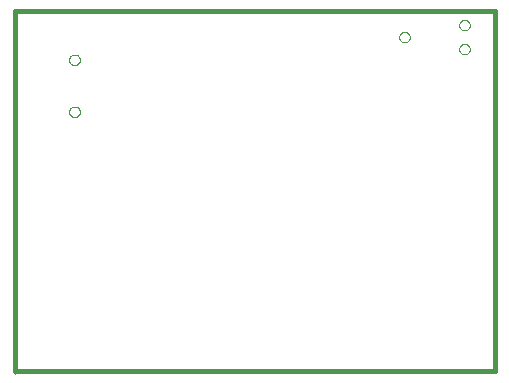
<source format=gbp>
G75*
%MOIN*%
%OFA0B0*%
%FSLAX25Y25*%
%IPPOS*%
%LPD*%
%AMOC8*
5,1,8,0,0,1.08239X$1,22.5*
%
%ADD10C,0.00000*%
%ADD11C,0.01600*%
D10*
X0004500Y0001000D02*
X0004500Y0002000D01*
X0022728Y0088339D02*
X0022730Y0088423D01*
X0022736Y0088506D01*
X0022746Y0088589D01*
X0022760Y0088672D01*
X0022777Y0088754D01*
X0022799Y0088835D01*
X0022824Y0088914D01*
X0022853Y0088993D01*
X0022886Y0089070D01*
X0022922Y0089145D01*
X0022962Y0089219D01*
X0023005Y0089291D01*
X0023052Y0089360D01*
X0023102Y0089427D01*
X0023155Y0089492D01*
X0023211Y0089554D01*
X0023269Y0089614D01*
X0023331Y0089671D01*
X0023395Y0089724D01*
X0023462Y0089775D01*
X0023531Y0089822D01*
X0023602Y0089867D01*
X0023675Y0089907D01*
X0023750Y0089944D01*
X0023827Y0089978D01*
X0023905Y0090008D01*
X0023984Y0090034D01*
X0024065Y0090057D01*
X0024147Y0090075D01*
X0024229Y0090090D01*
X0024312Y0090101D01*
X0024395Y0090108D01*
X0024479Y0090111D01*
X0024563Y0090110D01*
X0024646Y0090105D01*
X0024730Y0090096D01*
X0024812Y0090083D01*
X0024894Y0090067D01*
X0024975Y0090046D01*
X0025056Y0090022D01*
X0025134Y0089994D01*
X0025212Y0089962D01*
X0025288Y0089926D01*
X0025362Y0089887D01*
X0025434Y0089845D01*
X0025504Y0089799D01*
X0025572Y0089750D01*
X0025637Y0089698D01*
X0025700Y0089643D01*
X0025760Y0089585D01*
X0025818Y0089524D01*
X0025872Y0089460D01*
X0025924Y0089394D01*
X0025972Y0089326D01*
X0026017Y0089255D01*
X0026058Y0089182D01*
X0026097Y0089108D01*
X0026131Y0089032D01*
X0026162Y0088954D01*
X0026189Y0088875D01*
X0026213Y0088794D01*
X0026232Y0088713D01*
X0026248Y0088631D01*
X0026260Y0088548D01*
X0026268Y0088464D01*
X0026272Y0088381D01*
X0026272Y0088297D01*
X0026268Y0088214D01*
X0026260Y0088130D01*
X0026248Y0088047D01*
X0026232Y0087965D01*
X0026213Y0087884D01*
X0026189Y0087803D01*
X0026162Y0087724D01*
X0026131Y0087646D01*
X0026097Y0087570D01*
X0026058Y0087496D01*
X0026017Y0087423D01*
X0025972Y0087352D01*
X0025924Y0087284D01*
X0025872Y0087218D01*
X0025818Y0087154D01*
X0025760Y0087093D01*
X0025700Y0087035D01*
X0025637Y0086980D01*
X0025572Y0086928D01*
X0025504Y0086879D01*
X0025434Y0086833D01*
X0025362Y0086791D01*
X0025288Y0086752D01*
X0025212Y0086716D01*
X0025134Y0086684D01*
X0025056Y0086656D01*
X0024975Y0086632D01*
X0024894Y0086611D01*
X0024812Y0086595D01*
X0024730Y0086582D01*
X0024646Y0086573D01*
X0024563Y0086568D01*
X0024479Y0086567D01*
X0024395Y0086570D01*
X0024312Y0086577D01*
X0024229Y0086588D01*
X0024147Y0086603D01*
X0024065Y0086621D01*
X0023984Y0086644D01*
X0023905Y0086670D01*
X0023827Y0086700D01*
X0023750Y0086734D01*
X0023675Y0086771D01*
X0023602Y0086811D01*
X0023531Y0086856D01*
X0023462Y0086903D01*
X0023395Y0086954D01*
X0023331Y0087007D01*
X0023269Y0087064D01*
X0023211Y0087124D01*
X0023155Y0087186D01*
X0023102Y0087251D01*
X0023052Y0087318D01*
X0023005Y0087387D01*
X0022962Y0087459D01*
X0022922Y0087533D01*
X0022886Y0087608D01*
X0022853Y0087685D01*
X0022824Y0087764D01*
X0022799Y0087843D01*
X0022777Y0087924D01*
X0022760Y0088006D01*
X0022746Y0088089D01*
X0022736Y0088172D01*
X0022730Y0088255D01*
X0022728Y0088339D01*
X0022728Y0105661D02*
X0022730Y0105745D01*
X0022736Y0105828D01*
X0022746Y0105911D01*
X0022760Y0105994D01*
X0022777Y0106076D01*
X0022799Y0106157D01*
X0022824Y0106236D01*
X0022853Y0106315D01*
X0022886Y0106392D01*
X0022922Y0106467D01*
X0022962Y0106541D01*
X0023005Y0106613D01*
X0023052Y0106682D01*
X0023102Y0106749D01*
X0023155Y0106814D01*
X0023211Y0106876D01*
X0023269Y0106936D01*
X0023331Y0106993D01*
X0023395Y0107046D01*
X0023462Y0107097D01*
X0023531Y0107144D01*
X0023602Y0107189D01*
X0023675Y0107229D01*
X0023750Y0107266D01*
X0023827Y0107300D01*
X0023905Y0107330D01*
X0023984Y0107356D01*
X0024065Y0107379D01*
X0024147Y0107397D01*
X0024229Y0107412D01*
X0024312Y0107423D01*
X0024395Y0107430D01*
X0024479Y0107433D01*
X0024563Y0107432D01*
X0024646Y0107427D01*
X0024730Y0107418D01*
X0024812Y0107405D01*
X0024894Y0107389D01*
X0024975Y0107368D01*
X0025056Y0107344D01*
X0025134Y0107316D01*
X0025212Y0107284D01*
X0025288Y0107248D01*
X0025362Y0107209D01*
X0025434Y0107167D01*
X0025504Y0107121D01*
X0025572Y0107072D01*
X0025637Y0107020D01*
X0025700Y0106965D01*
X0025760Y0106907D01*
X0025818Y0106846D01*
X0025872Y0106782D01*
X0025924Y0106716D01*
X0025972Y0106648D01*
X0026017Y0106577D01*
X0026058Y0106504D01*
X0026097Y0106430D01*
X0026131Y0106354D01*
X0026162Y0106276D01*
X0026189Y0106197D01*
X0026213Y0106116D01*
X0026232Y0106035D01*
X0026248Y0105953D01*
X0026260Y0105870D01*
X0026268Y0105786D01*
X0026272Y0105703D01*
X0026272Y0105619D01*
X0026268Y0105536D01*
X0026260Y0105452D01*
X0026248Y0105369D01*
X0026232Y0105287D01*
X0026213Y0105206D01*
X0026189Y0105125D01*
X0026162Y0105046D01*
X0026131Y0104968D01*
X0026097Y0104892D01*
X0026058Y0104818D01*
X0026017Y0104745D01*
X0025972Y0104674D01*
X0025924Y0104606D01*
X0025872Y0104540D01*
X0025818Y0104476D01*
X0025760Y0104415D01*
X0025700Y0104357D01*
X0025637Y0104302D01*
X0025572Y0104250D01*
X0025504Y0104201D01*
X0025434Y0104155D01*
X0025362Y0104113D01*
X0025288Y0104074D01*
X0025212Y0104038D01*
X0025134Y0104006D01*
X0025056Y0103978D01*
X0024975Y0103954D01*
X0024894Y0103933D01*
X0024812Y0103917D01*
X0024730Y0103904D01*
X0024646Y0103895D01*
X0024563Y0103890D01*
X0024479Y0103889D01*
X0024395Y0103892D01*
X0024312Y0103899D01*
X0024229Y0103910D01*
X0024147Y0103925D01*
X0024065Y0103943D01*
X0023984Y0103966D01*
X0023905Y0103992D01*
X0023827Y0104022D01*
X0023750Y0104056D01*
X0023675Y0104093D01*
X0023602Y0104133D01*
X0023531Y0104178D01*
X0023462Y0104225D01*
X0023395Y0104276D01*
X0023331Y0104329D01*
X0023269Y0104386D01*
X0023211Y0104446D01*
X0023155Y0104508D01*
X0023102Y0104573D01*
X0023052Y0104640D01*
X0023005Y0104709D01*
X0022962Y0104781D01*
X0022922Y0104855D01*
X0022886Y0104930D01*
X0022853Y0105007D01*
X0022824Y0105086D01*
X0022799Y0105165D01*
X0022777Y0105246D01*
X0022760Y0105328D01*
X0022746Y0105411D01*
X0022736Y0105494D01*
X0022730Y0105577D01*
X0022728Y0105661D01*
X0132750Y0113250D02*
X0132752Y0113333D01*
X0132758Y0113416D01*
X0132768Y0113499D01*
X0132782Y0113581D01*
X0132799Y0113663D01*
X0132821Y0113743D01*
X0132846Y0113822D01*
X0132875Y0113900D01*
X0132908Y0113977D01*
X0132945Y0114052D01*
X0132984Y0114125D01*
X0133028Y0114196D01*
X0133074Y0114265D01*
X0133124Y0114332D01*
X0133177Y0114396D01*
X0133233Y0114458D01*
X0133292Y0114517D01*
X0133354Y0114573D01*
X0133418Y0114626D01*
X0133485Y0114676D01*
X0133554Y0114722D01*
X0133625Y0114766D01*
X0133698Y0114805D01*
X0133773Y0114842D01*
X0133850Y0114875D01*
X0133928Y0114904D01*
X0134007Y0114929D01*
X0134087Y0114951D01*
X0134169Y0114968D01*
X0134251Y0114982D01*
X0134334Y0114992D01*
X0134417Y0114998D01*
X0134500Y0115000D01*
X0134583Y0114998D01*
X0134666Y0114992D01*
X0134749Y0114982D01*
X0134831Y0114968D01*
X0134913Y0114951D01*
X0134993Y0114929D01*
X0135072Y0114904D01*
X0135150Y0114875D01*
X0135227Y0114842D01*
X0135302Y0114805D01*
X0135375Y0114766D01*
X0135446Y0114722D01*
X0135515Y0114676D01*
X0135582Y0114626D01*
X0135646Y0114573D01*
X0135708Y0114517D01*
X0135767Y0114458D01*
X0135823Y0114396D01*
X0135876Y0114332D01*
X0135926Y0114265D01*
X0135972Y0114196D01*
X0136016Y0114125D01*
X0136055Y0114052D01*
X0136092Y0113977D01*
X0136125Y0113900D01*
X0136154Y0113822D01*
X0136179Y0113743D01*
X0136201Y0113663D01*
X0136218Y0113581D01*
X0136232Y0113499D01*
X0136242Y0113416D01*
X0136248Y0113333D01*
X0136250Y0113250D01*
X0136248Y0113167D01*
X0136242Y0113084D01*
X0136232Y0113001D01*
X0136218Y0112919D01*
X0136201Y0112837D01*
X0136179Y0112757D01*
X0136154Y0112678D01*
X0136125Y0112600D01*
X0136092Y0112523D01*
X0136055Y0112448D01*
X0136016Y0112375D01*
X0135972Y0112304D01*
X0135926Y0112235D01*
X0135876Y0112168D01*
X0135823Y0112104D01*
X0135767Y0112042D01*
X0135708Y0111983D01*
X0135646Y0111927D01*
X0135582Y0111874D01*
X0135515Y0111824D01*
X0135446Y0111778D01*
X0135375Y0111734D01*
X0135302Y0111695D01*
X0135227Y0111658D01*
X0135150Y0111625D01*
X0135072Y0111596D01*
X0134993Y0111571D01*
X0134913Y0111549D01*
X0134831Y0111532D01*
X0134749Y0111518D01*
X0134666Y0111508D01*
X0134583Y0111502D01*
X0134500Y0111500D01*
X0134417Y0111502D01*
X0134334Y0111508D01*
X0134251Y0111518D01*
X0134169Y0111532D01*
X0134087Y0111549D01*
X0134007Y0111571D01*
X0133928Y0111596D01*
X0133850Y0111625D01*
X0133773Y0111658D01*
X0133698Y0111695D01*
X0133625Y0111734D01*
X0133554Y0111778D01*
X0133485Y0111824D01*
X0133418Y0111874D01*
X0133354Y0111927D01*
X0133292Y0111983D01*
X0133233Y0112042D01*
X0133177Y0112104D01*
X0133124Y0112168D01*
X0133074Y0112235D01*
X0133028Y0112304D01*
X0132984Y0112375D01*
X0132945Y0112448D01*
X0132908Y0112523D01*
X0132875Y0112600D01*
X0132846Y0112678D01*
X0132821Y0112757D01*
X0132799Y0112837D01*
X0132782Y0112919D01*
X0132768Y0113001D01*
X0132758Y0113084D01*
X0132752Y0113167D01*
X0132750Y0113250D01*
X0152750Y0109250D02*
X0152752Y0109333D01*
X0152758Y0109416D01*
X0152768Y0109499D01*
X0152782Y0109581D01*
X0152799Y0109663D01*
X0152821Y0109743D01*
X0152846Y0109822D01*
X0152875Y0109900D01*
X0152908Y0109977D01*
X0152945Y0110052D01*
X0152984Y0110125D01*
X0153028Y0110196D01*
X0153074Y0110265D01*
X0153124Y0110332D01*
X0153177Y0110396D01*
X0153233Y0110458D01*
X0153292Y0110517D01*
X0153354Y0110573D01*
X0153418Y0110626D01*
X0153485Y0110676D01*
X0153554Y0110722D01*
X0153625Y0110766D01*
X0153698Y0110805D01*
X0153773Y0110842D01*
X0153850Y0110875D01*
X0153928Y0110904D01*
X0154007Y0110929D01*
X0154087Y0110951D01*
X0154169Y0110968D01*
X0154251Y0110982D01*
X0154334Y0110992D01*
X0154417Y0110998D01*
X0154500Y0111000D01*
X0154583Y0110998D01*
X0154666Y0110992D01*
X0154749Y0110982D01*
X0154831Y0110968D01*
X0154913Y0110951D01*
X0154993Y0110929D01*
X0155072Y0110904D01*
X0155150Y0110875D01*
X0155227Y0110842D01*
X0155302Y0110805D01*
X0155375Y0110766D01*
X0155446Y0110722D01*
X0155515Y0110676D01*
X0155582Y0110626D01*
X0155646Y0110573D01*
X0155708Y0110517D01*
X0155767Y0110458D01*
X0155823Y0110396D01*
X0155876Y0110332D01*
X0155926Y0110265D01*
X0155972Y0110196D01*
X0156016Y0110125D01*
X0156055Y0110052D01*
X0156092Y0109977D01*
X0156125Y0109900D01*
X0156154Y0109822D01*
X0156179Y0109743D01*
X0156201Y0109663D01*
X0156218Y0109581D01*
X0156232Y0109499D01*
X0156242Y0109416D01*
X0156248Y0109333D01*
X0156250Y0109250D01*
X0156248Y0109167D01*
X0156242Y0109084D01*
X0156232Y0109001D01*
X0156218Y0108919D01*
X0156201Y0108837D01*
X0156179Y0108757D01*
X0156154Y0108678D01*
X0156125Y0108600D01*
X0156092Y0108523D01*
X0156055Y0108448D01*
X0156016Y0108375D01*
X0155972Y0108304D01*
X0155926Y0108235D01*
X0155876Y0108168D01*
X0155823Y0108104D01*
X0155767Y0108042D01*
X0155708Y0107983D01*
X0155646Y0107927D01*
X0155582Y0107874D01*
X0155515Y0107824D01*
X0155446Y0107778D01*
X0155375Y0107734D01*
X0155302Y0107695D01*
X0155227Y0107658D01*
X0155150Y0107625D01*
X0155072Y0107596D01*
X0154993Y0107571D01*
X0154913Y0107549D01*
X0154831Y0107532D01*
X0154749Y0107518D01*
X0154666Y0107508D01*
X0154583Y0107502D01*
X0154500Y0107500D01*
X0154417Y0107502D01*
X0154334Y0107508D01*
X0154251Y0107518D01*
X0154169Y0107532D01*
X0154087Y0107549D01*
X0154007Y0107571D01*
X0153928Y0107596D01*
X0153850Y0107625D01*
X0153773Y0107658D01*
X0153698Y0107695D01*
X0153625Y0107734D01*
X0153554Y0107778D01*
X0153485Y0107824D01*
X0153418Y0107874D01*
X0153354Y0107927D01*
X0153292Y0107983D01*
X0153233Y0108042D01*
X0153177Y0108104D01*
X0153124Y0108168D01*
X0153074Y0108235D01*
X0153028Y0108304D01*
X0152984Y0108375D01*
X0152945Y0108448D01*
X0152908Y0108523D01*
X0152875Y0108600D01*
X0152846Y0108678D01*
X0152821Y0108757D01*
X0152799Y0108837D01*
X0152782Y0108919D01*
X0152768Y0109001D01*
X0152758Y0109084D01*
X0152752Y0109167D01*
X0152750Y0109250D01*
X0152750Y0117250D02*
X0152752Y0117333D01*
X0152758Y0117416D01*
X0152768Y0117499D01*
X0152782Y0117581D01*
X0152799Y0117663D01*
X0152821Y0117743D01*
X0152846Y0117822D01*
X0152875Y0117900D01*
X0152908Y0117977D01*
X0152945Y0118052D01*
X0152984Y0118125D01*
X0153028Y0118196D01*
X0153074Y0118265D01*
X0153124Y0118332D01*
X0153177Y0118396D01*
X0153233Y0118458D01*
X0153292Y0118517D01*
X0153354Y0118573D01*
X0153418Y0118626D01*
X0153485Y0118676D01*
X0153554Y0118722D01*
X0153625Y0118766D01*
X0153698Y0118805D01*
X0153773Y0118842D01*
X0153850Y0118875D01*
X0153928Y0118904D01*
X0154007Y0118929D01*
X0154087Y0118951D01*
X0154169Y0118968D01*
X0154251Y0118982D01*
X0154334Y0118992D01*
X0154417Y0118998D01*
X0154500Y0119000D01*
X0154583Y0118998D01*
X0154666Y0118992D01*
X0154749Y0118982D01*
X0154831Y0118968D01*
X0154913Y0118951D01*
X0154993Y0118929D01*
X0155072Y0118904D01*
X0155150Y0118875D01*
X0155227Y0118842D01*
X0155302Y0118805D01*
X0155375Y0118766D01*
X0155446Y0118722D01*
X0155515Y0118676D01*
X0155582Y0118626D01*
X0155646Y0118573D01*
X0155708Y0118517D01*
X0155767Y0118458D01*
X0155823Y0118396D01*
X0155876Y0118332D01*
X0155926Y0118265D01*
X0155972Y0118196D01*
X0156016Y0118125D01*
X0156055Y0118052D01*
X0156092Y0117977D01*
X0156125Y0117900D01*
X0156154Y0117822D01*
X0156179Y0117743D01*
X0156201Y0117663D01*
X0156218Y0117581D01*
X0156232Y0117499D01*
X0156242Y0117416D01*
X0156248Y0117333D01*
X0156250Y0117250D01*
X0156248Y0117167D01*
X0156242Y0117084D01*
X0156232Y0117001D01*
X0156218Y0116919D01*
X0156201Y0116837D01*
X0156179Y0116757D01*
X0156154Y0116678D01*
X0156125Y0116600D01*
X0156092Y0116523D01*
X0156055Y0116448D01*
X0156016Y0116375D01*
X0155972Y0116304D01*
X0155926Y0116235D01*
X0155876Y0116168D01*
X0155823Y0116104D01*
X0155767Y0116042D01*
X0155708Y0115983D01*
X0155646Y0115927D01*
X0155582Y0115874D01*
X0155515Y0115824D01*
X0155446Y0115778D01*
X0155375Y0115734D01*
X0155302Y0115695D01*
X0155227Y0115658D01*
X0155150Y0115625D01*
X0155072Y0115596D01*
X0154993Y0115571D01*
X0154913Y0115549D01*
X0154831Y0115532D01*
X0154749Y0115518D01*
X0154666Y0115508D01*
X0154583Y0115502D01*
X0154500Y0115500D01*
X0154417Y0115502D01*
X0154334Y0115508D01*
X0154251Y0115518D01*
X0154169Y0115532D01*
X0154087Y0115549D01*
X0154007Y0115571D01*
X0153928Y0115596D01*
X0153850Y0115625D01*
X0153773Y0115658D01*
X0153698Y0115695D01*
X0153625Y0115734D01*
X0153554Y0115778D01*
X0153485Y0115824D01*
X0153418Y0115874D01*
X0153354Y0115927D01*
X0153292Y0115983D01*
X0153233Y0116042D01*
X0153177Y0116104D01*
X0153124Y0116168D01*
X0153074Y0116235D01*
X0153028Y0116304D01*
X0152984Y0116375D01*
X0152945Y0116448D01*
X0152908Y0116523D01*
X0152875Y0116600D01*
X0152846Y0116678D01*
X0152821Y0116757D01*
X0152799Y0116837D01*
X0152782Y0116919D01*
X0152768Y0117001D01*
X0152758Y0117084D01*
X0152752Y0117167D01*
X0152750Y0117250D01*
D11*
X0164500Y0122000D02*
X0164500Y0002000D01*
X0004500Y0002000D01*
X0004500Y0122000D01*
X0164500Y0122000D01*
M02*

</source>
